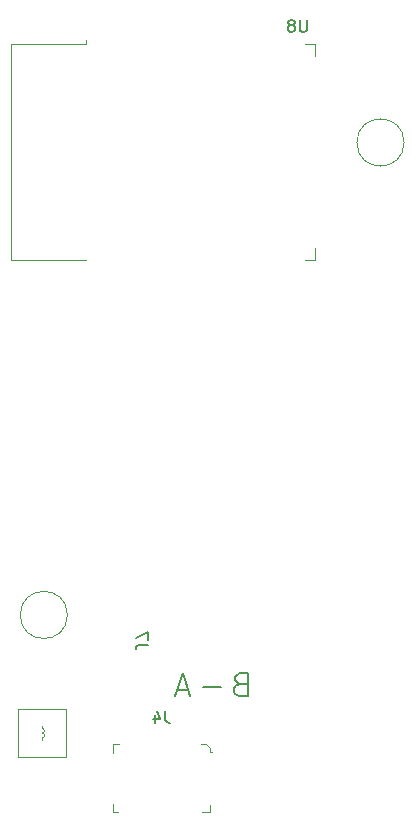
<source format=gbr>
G04 #@! TF.GenerationSoftware,KiCad,Pcbnew,(5.1.2)-1*
G04 #@! TF.CreationDate,2019-07-28T17:54:04+02:00*
G04 #@! TF.ProjectId,qqv11,71717631-312e-46b6-9963-61645f706362,rev?*
G04 #@! TF.SameCoordinates,Original*
G04 #@! TF.FileFunction,Legend,Bot*
G04 #@! TF.FilePolarity,Positive*
%FSLAX46Y46*%
G04 Gerber Fmt 4.6, Leading zero omitted, Abs format (unit mm)*
G04 Created by KiCad (PCBNEW (5.1.2)-1) date 2019-07-28 17:54:04*
%MOMM*%
%LPD*%
G04 APERTURE LIST*
%ADD10C,0.120000*%
%ADD11C,0.100000*%
%ADD12C,0.150000*%
G04 APERTURE END LIST*
D10*
X98750000Y-113000000D02*
G75*
G03X98750000Y-113000000I-2000000J0D01*
G01*
X127250000Y-73000000D02*
G75*
G03X127250000Y-73000000I-2000000J0D01*
G01*
D11*
X110800000Y-129100000D02*
X110800000Y-129650000D01*
X110800000Y-129650000D02*
X110150000Y-129650000D01*
X102600000Y-129050000D02*
X102600000Y-129650000D01*
X102600000Y-129650000D02*
X103000000Y-129650000D01*
X103100000Y-123950000D02*
X102600000Y-123950000D01*
X102600000Y-123950000D02*
X102600000Y-124650000D01*
X110050000Y-123950000D02*
X110500000Y-123950000D01*
X110500000Y-123950000D02*
X110800000Y-124300000D01*
X110800000Y-124300000D02*
X110800000Y-124600000D01*
X110800000Y-124600000D02*
X110950000Y-124600000D01*
X94550000Y-120950000D02*
X98650000Y-120950000D01*
X98650000Y-120950000D02*
X98650000Y-125050000D01*
X98650000Y-125050000D02*
X94550000Y-125050000D01*
X94550000Y-125050000D02*
X94550000Y-120950000D01*
X96600000Y-123600000D02*
X96600000Y-123400000D01*
X96600000Y-122400000D02*
X96600000Y-122600000D01*
D10*
X96600000Y-123000000D02*
G75*
G03X96600000Y-122600000I0J200000D01*
G01*
X96600000Y-123400000D02*
G75*
G03X96600000Y-123000000I0J200000D01*
G01*
X118900000Y-64680000D02*
X119680000Y-64680000D01*
X119680000Y-64680000D02*
X119680000Y-65680000D01*
X118900000Y-82920000D02*
X119680000Y-82920000D01*
X119680000Y-82920000D02*
X119680000Y-81920000D01*
X93935000Y-64680000D02*
X93935000Y-82920000D01*
X93935000Y-82920000D02*
X100355000Y-82920000D01*
X93935000Y-64680000D02*
X100355000Y-64680000D01*
X100355000Y-64680000D02*
X100355000Y-64300000D01*
D12*
X107033333Y-121152380D02*
X107033333Y-121866666D01*
X107080952Y-122009523D01*
X107176190Y-122104761D01*
X107319047Y-122152380D01*
X107414285Y-122152380D01*
X106128571Y-121485714D02*
X106128571Y-122152380D01*
X106366666Y-121104761D02*
X106604761Y-121819047D01*
X105985714Y-121819047D01*
X105547619Y-115533333D02*
X104833333Y-115533333D01*
X104690476Y-115580952D01*
X104595238Y-115676190D01*
X104547619Y-115819047D01*
X104547619Y-115914285D01*
X105547619Y-115152380D02*
X105547619Y-114485714D01*
X104547619Y-114914285D01*
X108976190Y-119333333D02*
X108023809Y-119333333D01*
X109166666Y-119904761D02*
X108500000Y-117904761D01*
X107833333Y-119904761D01*
X113357142Y-118857142D02*
X113071428Y-118952380D01*
X112976190Y-119047619D01*
X112880952Y-119238095D01*
X112880952Y-119523809D01*
X112976190Y-119714285D01*
X113071428Y-119809523D01*
X113261904Y-119904761D01*
X114023809Y-119904761D01*
X114023809Y-117904761D01*
X113357142Y-117904761D01*
X113166666Y-118000000D01*
X113071428Y-118095238D01*
X112976190Y-118285714D01*
X112976190Y-118476190D01*
X113071428Y-118666666D01*
X113166666Y-118761904D01*
X113357142Y-118857142D01*
X114023809Y-118857142D01*
X111761904Y-119142857D02*
X110238095Y-119142857D01*
X118991904Y-62642380D02*
X118991904Y-63451904D01*
X118944285Y-63547142D01*
X118896666Y-63594761D01*
X118801428Y-63642380D01*
X118610952Y-63642380D01*
X118515714Y-63594761D01*
X118468095Y-63547142D01*
X118420476Y-63451904D01*
X118420476Y-62642380D01*
X117801428Y-63070952D02*
X117896666Y-63023333D01*
X117944285Y-62975714D01*
X117991904Y-62880476D01*
X117991904Y-62832857D01*
X117944285Y-62737619D01*
X117896666Y-62690000D01*
X117801428Y-62642380D01*
X117610952Y-62642380D01*
X117515714Y-62690000D01*
X117468095Y-62737619D01*
X117420476Y-62832857D01*
X117420476Y-62880476D01*
X117468095Y-62975714D01*
X117515714Y-63023333D01*
X117610952Y-63070952D01*
X117801428Y-63070952D01*
X117896666Y-63118571D01*
X117944285Y-63166190D01*
X117991904Y-63261428D01*
X117991904Y-63451904D01*
X117944285Y-63547142D01*
X117896666Y-63594761D01*
X117801428Y-63642380D01*
X117610952Y-63642380D01*
X117515714Y-63594761D01*
X117468095Y-63547142D01*
X117420476Y-63451904D01*
X117420476Y-63261428D01*
X117468095Y-63166190D01*
X117515714Y-63118571D01*
X117610952Y-63070952D01*
M02*

</source>
